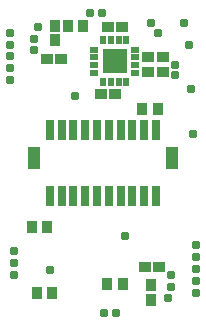
<source format=gbs>
G75*
%MOIN*%
%OFA0B0*%
%FSLAX25Y25*%
%IPPOS*%
%LPD*%
%AMOC8*
5,1,8,0,0,1.08239X$1,22.5*
%
%ADD10R,0.02962X0.06899*%
%ADD11R,0.03946X0.07687*%
%ADD12R,0.03513X0.04242*%
%ADD13R,0.03356X0.04143*%
%ADD14R,0.04242X0.03513*%
%ADD15R,0.08268X0.08268*%
%ADD16R,0.02569X0.01978*%
%ADD17R,0.01978X0.02569*%
%ADD18R,0.08277X0.08277*%
%ADD19C,0.03100*%
D10*
X0019061Y0045439D03*
X0022998Y0045439D03*
X0026935Y0045439D03*
X0030872Y0045439D03*
X0034809Y0045439D03*
X0038746Y0045439D03*
X0042683Y0045439D03*
X0046620Y0045439D03*
X0050557Y0045439D03*
X0054494Y0045439D03*
X0054494Y0067486D03*
X0050557Y0067486D03*
X0046620Y0067486D03*
X0042683Y0067486D03*
X0038746Y0067486D03*
X0034809Y0067486D03*
X0030872Y0067486D03*
X0026935Y0067486D03*
X0022998Y0067486D03*
X0019061Y0067486D03*
D11*
X0013844Y0058037D03*
X0059711Y0058037D03*
D12*
X0052722Y0015518D03*
X0052722Y0010793D03*
X0020833Y0097407D03*
X0020833Y0102132D03*
D13*
X0025163Y0102132D03*
X0030281Y0102132D03*
X0049967Y0074179D03*
X0055085Y0074179D03*
X0018274Y0034848D03*
X0013156Y0034848D03*
X0014691Y0012998D03*
X0019809Y0012998D03*
X0038274Y0016069D03*
X0043392Y0016069D03*
D14*
X0050754Y0021817D03*
X0055478Y0021817D03*
X0040793Y0079297D03*
X0036069Y0079297D03*
X0022801Y0091108D03*
X0018077Y0091108D03*
X0038352Y0101738D03*
X0043077Y0101738D03*
X0051935Y0091699D03*
X0051935Y0086581D03*
X0056659Y0086581D03*
X0056659Y0091699D03*
D15*
X0040715Y0090321D03*
D16*
X0047604Y0091600D03*
X0047604Y0094159D03*
X0047604Y0089041D03*
X0047604Y0086482D03*
X0033825Y0086482D03*
X0033825Y0089041D03*
X0033825Y0091600D03*
X0033825Y0094159D03*
D17*
X0036876Y0097211D03*
X0039435Y0097211D03*
X0041994Y0097211D03*
X0044553Y0097211D03*
X0044553Y0083431D03*
X0041994Y0083431D03*
X0039435Y0083431D03*
X0036876Y0083431D03*
D18*
X0040715Y0090321D03*
D19*
X0007250Y0019061D03*
X0007250Y0022998D03*
X0007250Y0026935D03*
X0019061Y0020636D03*
X0037171Y0006463D03*
X0041108Y0006463D03*
X0044258Y0032053D03*
X0058431Y0011187D03*
X0059612Y0015124D03*
X0059612Y0019061D03*
X0067880Y0017093D03*
X0067880Y0021030D03*
X0067880Y0024967D03*
X0067880Y0028904D03*
X0067880Y0013156D03*
X0066699Y0065911D03*
X0066305Y0080872D03*
X0060793Y0085596D03*
X0060793Y0089140D03*
X0065518Y0095636D03*
X0063943Y0102919D03*
X0055281Y0099770D03*
X0052919Y0103116D03*
X0036384Y0106463D03*
X0032447Y0106463D03*
X0015124Y0101738D03*
X0013943Y0097801D03*
X0013943Y0093864D03*
X0005675Y0091896D03*
X0005675Y0095833D03*
X0005675Y0099770D03*
X0005675Y0087959D03*
X0005675Y0084022D03*
X0027329Y0078510D03*
M02*

</source>
